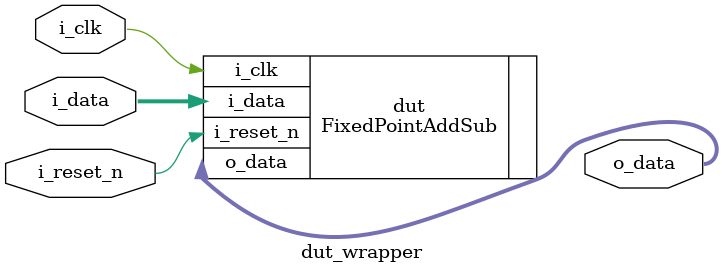
<source format=sv>
`timescale 1ps/1ps

module dut_wrapper(
    input wire i_clk,
    input wire i_reset_n,
    input wire [7:0] i_data,
    output wire [7:0] o_data
);

FixedPointAddSub dut (
    .i_clk(i_clk),
    .i_reset_n(i_reset_n),
    .i_data(i_data),
    .o_data(o_data)
);

endmodule
</source>
